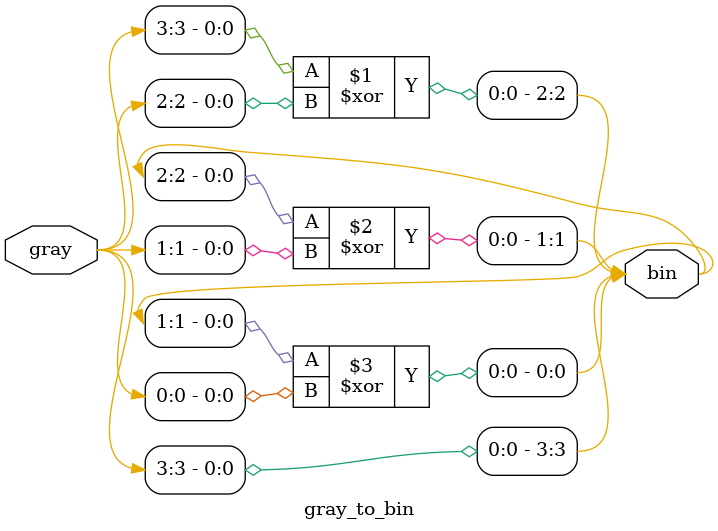
<source format=v>
module gray_to_bin(input [3:0] gray,output [3:0] bin);
assign bin[3]=gray[3];
assign bin[2]=bin[3]^gray[2];
assign bin[1]=bin[2]^gray[1];
assign bin[0]=bin[1]^gray[0];
endmodule

</source>
